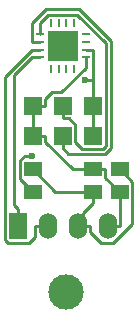
<source format=gbr>
G04 #@! TF.FileFunction,Copper,L2,Bot,Signal*
%FSLAX46Y46*%
G04 Gerber Fmt 4.6, Leading zero omitted, Abs format (unit mm)*
G04 Created by KiCad (PCBNEW 0.201509251832+6217~30~ubuntu14.04.1-product) date gio 08 ott 2015 23:54:13 CEST*
%MOMM*%
G01*
G04 APERTURE LIST*
%ADD10C,0.200000*%
%ADD11R,1.498600X1.300480*%
%ADD12R,1.524000X2.199640*%
%ADD13O,1.524000X2.199640*%
%ADD14R,1.501140X1.501140*%
%ADD15R,0.650000X0.250000*%
%ADD16R,0.250000X0.650000*%
%ADD17R,2.600000X2.600000*%
%ADD18C,2.999740*%
%ADD19C,0.600000*%
%ADD20C,0.250000*%
G04 APERTURE END LIST*
D10*
D11*
X153670000Y-84137500D03*
X153670000Y-86042500D03*
X148590000Y-86042500D03*
X148590000Y-84137500D03*
X155956000Y-86042500D03*
X155956000Y-84137500D03*
D12*
X147320000Y-88900000D03*
D13*
X149860000Y-88900000D03*
X152400000Y-88900000D03*
X154940000Y-88900000D03*
D14*
X153670000Y-78740000D03*
X148590000Y-78740000D03*
X151130000Y-81280000D03*
X151130000Y-78740000D03*
D15*
X149180000Y-74635000D03*
X149180000Y-73985000D03*
X149180000Y-73335000D03*
X149180000Y-72685000D03*
D16*
X150155000Y-71710000D03*
X150805000Y-71710000D03*
X151455000Y-71710000D03*
X152105000Y-71710000D03*
D15*
X153080000Y-72685000D03*
X153080000Y-73335000D03*
X153080000Y-73985000D03*
X153080000Y-74635000D03*
D16*
X152105000Y-75610000D03*
X151455000Y-75610000D03*
X150805000Y-75610000D03*
X150155000Y-75610000D03*
D17*
X151130000Y-73660000D03*
D14*
X148590000Y-81280000D03*
X153670000Y-81280000D03*
D18*
X151384000Y-94488000D03*
D19*
X152988000Y-76528500D03*
X148550000Y-82956300D03*
D20*
X148590000Y-78740000D02*
X149665900Y-78740000D01*
X156027300Y-87089300D02*
X155956000Y-87018000D01*
X156027300Y-88900000D02*
X156027300Y-87089300D01*
X154940000Y-88900000D02*
X156027300Y-88900000D01*
X155956000Y-86042500D02*
X155956000Y-87018000D01*
X148590000Y-81280000D02*
X148590000Y-78740000D01*
X148590000Y-81280000D02*
X149665900Y-81280000D01*
X149665900Y-78208000D02*
X149665900Y-78740000D01*
X150269500Y-77604400D02*
X149665900Y-78208000D01*
X151024900Y-77604400D02*
X150269500Y-77604400D01*
X153080000Y-75549300D02*
X151024900Y-77604400D01*
X153080000Y-74635000D02*
X153080000Y-75549300D01*
X151985400Y-84137500D02*
X153670000Y-84137500D01*
X149665900Y-81818000D02*
X151985400Y-84137500D01*
X149665900Y-81280000D02*
X149665900Y-81818000D01*
X154744600Y-84831100D02*
X155956000Y-86042500D01*
X154744600Y-84137500D02*
X154744600Y-84831100D01*
X153670000Y-84137500D02*
X154744600Y-84137500D01*
X153080000Y-73985000D02*
X153730300Y-73985000D01*
X153670000Y-78740000D02*
X153670000Y-77664100D01*
X153730300Y-76468200D02*
X153670000Y-76528500D01*
X153730300Y-73985000D02*
X153730300Y-76468200D01*
X153670000Y-76528500D02*
X153670000Y-77664100D01*
X153670000Y-81280000D02*
X153670000Y-78740000D01*
X157030700Y-85212200D02*
X155956000Y-84137500D01*
X157030700Y-88751500D02*
X157030700Y-85212200D01*
X155403000Y-90379200D02*
X157030700Y-88751500D01*
X154422900Y-90379200D02*
X155403000Y-90379200D01*
X153487300Y-89443600D02*
X154422900Y-90379200D01*
X153487300Y-88900000D02*
X153487300Y-89443600D01*
X153670000Y-76528500D02*
X152988000Y-76528500D01*
X152400000Y-88900000D02*
X152891500Y-88900000D01*
X152891500Y-88900000D02*
X153487300Y-88900000D01*
X152891500Y-87796500D02*
X153670000Y-87018000D01*
X152891500Y-88900000D02*
X152891500Y-87796500D01*
X153670000Y-86042500D02*
X153670000Y-87018000D01*
X150495000Y-86042500D02*
X153670000Y-86042500D01*
X148590000Y-84137500D02*
X150495000Y-86042500D01*
X147911600Y-82956300D02*
X148550000Y-82956300D01*
X147515300Y-83352600D02*
X147911600Y-82956300D01*
X147515300Y-84967800D02*
X147515300Y-83352600D01*
X148590000Y-86042500D02*
X147515300Y-84967800D01*
X149180000Y-74635000D02*
X148529700Y-74635000D01*
X147320000Y-88900000D02*
X147320000Y-87474900D01*
X147023900Y-76140800D02*
X148529700Y-74635000D01*
X147023900Y-87178800D02*
X147023900Y-76140800D01*
X147320000Y-87474900D02*
X147023900Y-87178800D01*
X148772700Y-89851400D02*
X148772700Y-88900000D01*
X148251900Y-90372200D02*
X148772700Y-89851400D01*
X146467000Y-90372200D02*
X148251900Y-90372200D01*
X146232600Y-90137800D02*
X146467000Y-90372200D01*
X146232600Y-76282100D02*
X146232600Y-90137800D01*
X148529700Y-73985000D02*
X146232600Y-76282100D01*
X149180000Y-73985000D02*
X148529700Y-73985000D01*
X149860000Y-88900000D02*
X148772700Y-88900000D01*
X151619400Y-82845300D02*
X151130000Y-82355900D01*
X154709100Y-82845300D02*
X151619400Y-82845300D01*
X155218500Y-82335900D02*
X154709100Y-82845300D01*
X155218500Y-73261900D02*
X155218500Y-82335900D01*
X152492800Y-70536200D02*
X155218500Y-73261900D01*
X149737400Y-70536200D02*
X152492800Y-70536200D01*
X148529700Y-71743900D02*
X149737400Y-70536200D01*
X148529700Y-73335000D02*
X148529700Y-71743900D01*
X149180000Y-73335000D02*
X148529700Y-73335000D01*
X151130000Y-81280000D02*
X151130000Y-82355900D01*
X151130000Y-78740000D02*
X151130000Y-79815900D01*
X151668000Y-79815900D02*
X151130000Y-79815900D01*
X152205900Y-80353800D02*
X151668000Y-79815900D01*
X152205900Y-81788700D02*
X152205900Y-80353800D01*
X152808200Y-82391000D02*
X152205900Y-81788700D01*
X154525200Y-82391000D02*
X152808200Y-82391000D01*
X154764500Y-82151700D02*
X154525200Y-82391000D01*
X154764500Y-73444900D02*
X154764500Y-82151700D01*
X152339900Y-71020300D02*
X154764500Y-73444900D01*
X149926200Y-71020300D02*
X152339900Y-71020300D01*
X149180000Y-71766500D02*
X149926200Y-71020300D01*
X149180000Y-72685000D02*
X149180000Y-71766500D01*
M02*

</source>
